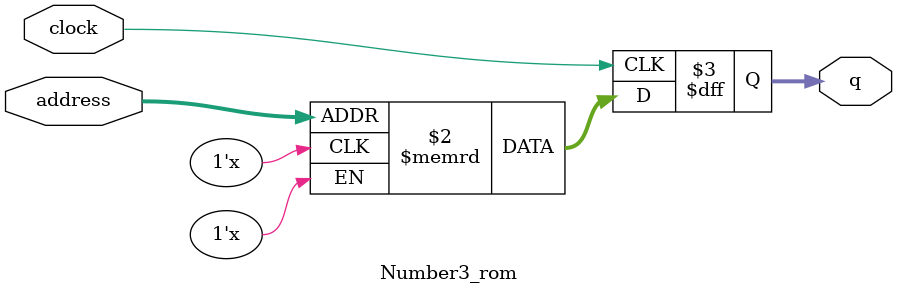
<source format=sv>
module Number3_rom (
	input logic clock,
	input logic [11:0] address,
	output logic [1:0] q
);

logic [1:0] memory [0:2499] /* synthesis ram_init_file = "./Number3/Number3.COE" */;

always_ff @ (posedge clock) begin
	q <= memory[address];
end

endmodule

</source>
